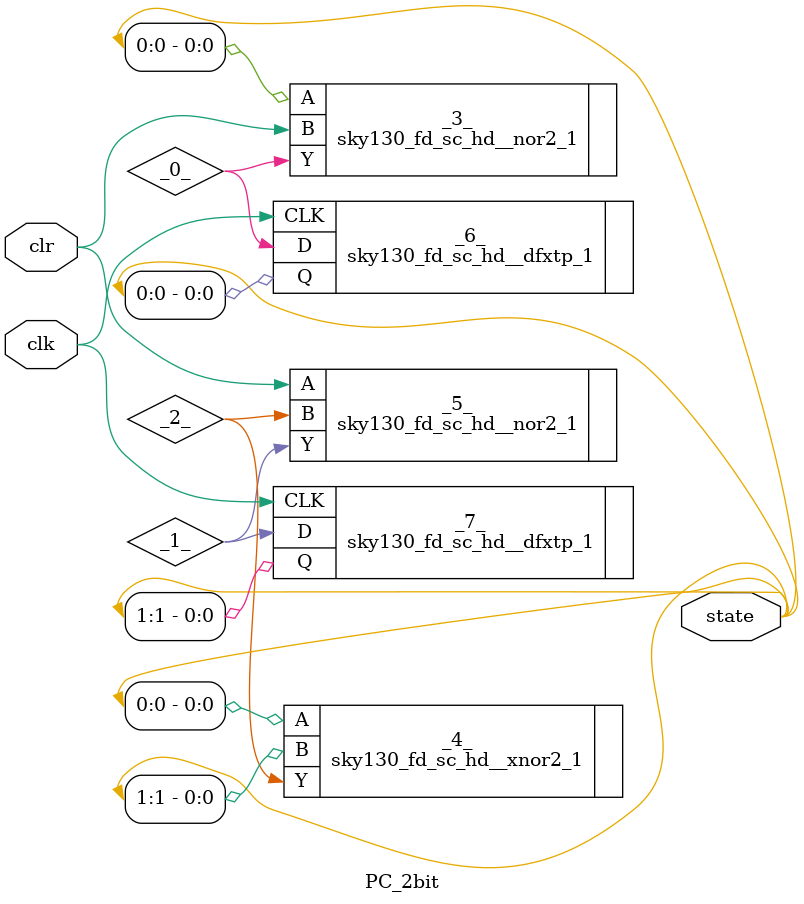
<source format=v>
/* Generated by Yosys 0.48+5 (git sha1 4581f75b0, g++ 13.3.0-6ubuntu2~24.04 -fPIC -O3) */

(* top =  1  *)
(* src = "PC_2bit.v:4.1-26.10" *)
module PC_2bit(clk, clr, state);
  wire _0_;
  wire _1_;
  wire _2_;
  (* src = "PC_2bit.v:5.11-5.14" *)
  input clk;
  wire clk;
  (* src = "PC_2bit.v:6.11-6.14" *)
  input clr;
  wire clr;
  (* src = "PC_2bit.v:7.22-7.27" *)
  output [1:0] state;
  wire [1:0] state;
  sky130_fd_sc_hd__nor2_1 _3_ (
    .A(state[0]),
    .B(clr),
    .Y(_0_)
  );
  sky130_fd_sc_hd__xnor2_1 _4_ (
    .A(state[0]),
    .B(state[1]),
    .Y(_2_)
  );
  sky130_fd_sc_hd__nor2_1 _5_ (
    .A(clr),
    .B(_2_),
    .Y(_1_)
  );
  (* src = "PC_2bit.v:10.5-18.8" *)
  sky130_fd_sc_hd__dfxtp_1 _6_ (
    .CLK(clk),
    .D(_0_),
    .Q(state[0])
  );
  (* src = "PC_2bit.v:10.5-18.8" *)
  sky130_fd_sc_hd__dfxtp_1 _7_ (
    .CLK(clk),
    .D(_1_),
    .Q(state[1])
  );
endmodule

</source>
